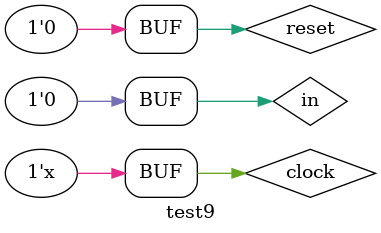
<source format=v>
module test9; 

reg clock, reset, in;
wire out;

  my_fsm U0 ( 
  .clock (clock),
  .reset (reset),
  .in    (in),
  .out  (out) 
  ); 
   
 
initial begin
  clock = 1;
  reset = 1;
  in = 0;
  $display("Starting simulation...");
  #2;
  reset = 0;
  #2;
  if (out !== 1'b0) $display("Failed 1"); 
  
  in = 1;
  #2;
  if (out !== 1'b0) $display("Failed 2");
  
  in = 0;  
  #2;
  if (out !== 1'b0) $display("Failed 3");
  
  in = 0;
  #2;
  if (out !== 1'b0) $display("Failed 4"); 
  
  in = 0;
  #2;
  if (out !== 1'b1) $display("Failed 5"); 
  
  #2; 
  if (out !== 1'b0) $display("Failed 6");  
  $display("Done...");
end 
  

always begin
   #1 clock = !clock;
end
   
endmodule
</source>
